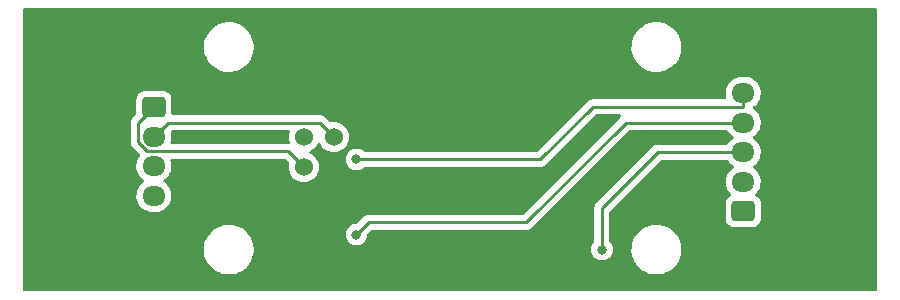
<source format=gbr>
%TF.GenerationSoftware,KiCad,Pcbnew,(6.0.7)*%
%TF.CreationDate,2023-03-01T00:53:14+09:00*%
%TF.ProjectId,joystick,6a6f7973-7469-4636-9b2e-6b696361645f,rev?*%
%TF.SameCoordinates,Original*%
%TF.FileFunction,Copper,L2,Bot*%
%TF.FilePolarity,Positive*%
%FSLAX46Y46*%
G04 Gerber Fmt 4.6, Leading zero omitted, Abs format (unit mm)*
G04 Created by KiCad (PCBNEW (6.0.7)) date 2023-03-01 00:53:14*
%MOMM*%
%LPD*%
G01*
G04 APERTURE LIST*
G04 Aperture macros list*
%AMRoundRect*
0 Rectangle with rounded corners*
0 $1 Rounding radius*
0 $2 $3 $4 $5 $6 $7 $8 $9 X,Y pos of 4 corners*
0 Add a 4 corners polygon primitive as box body*
4,1,4,$2,$3,$4,$5,$6,$7,$8,$9,$2,$3,0*
0 Add four circle primitives for the rounded corners*
1,1,$1+$1,$2,$3*
1,1,$1+$1,$4,$5*
1,1,$1+$1,$6,$7*
1,1,$1+$1,$8,$9*
0 Add four rect primitives between the rounded corners*
20,1,$1+$1,$2,$3,$4,$5,0*
20,1,$1+$1,$4,$5,$6,$7,0*
20,1,$1+$1,$6,$7,$8,$9,0*
20,1,$1+$1,$8,$9,$2,$3,0*%
G04 Aperture macros list end*
%TA.AperFunction,ComponentPad*%
%ADD10C,1.524000*%
%TD*%
%TA.AperFunction,ComponentPad*%
%ADD11O,1.950000X1.700000*%
%TD*%
%TA.AperFunction,ComponentPad*%
%ADD12RoundRect,0.250000X0.725000X-0.600000X0.725000X0.600000X-0.725000X0.600000X-0.725000X-0.600000X0*%
%TD*%
%TA.AperFunction,ComponentPad*%
%ADD13RoundRect,0.250000X-0.725000X0.600000X-0.725000X-0.600000X0.725000X-0.600000X0.725000X0.600000X0*%
%TD*%
%TA.AperFunction,ViaPad*%
%ADD14C,0.800000*%
%TD*%
%TA.AperFunction,Conductor*%
%ADD15C,0.250000*%
%TD*%
G04 APERTURE END LIST*
D10*
%TO.P,OFFSET1,1,1*%
%TO.N,+3.3V*%
X116840000Y-94615000D03*
%TO.P,OFFSET1,2,2*%
%TO.N,Net-(OFFSET1-Pad2)*%
X114300000Y-94615000D03*
%TO.P,OFFSET1,3,3*%
%TO.N,GND*%
X114300000Y-97155000D03*
%TD*%
D11*
%TO.P,J1,5,Pin_5*%
%TO.N,/EN*%
X151490000Y-90885000D03*
%TO.P,J1,4,Pin_4*%
%TO.N,/IRXT*%
X151490000Y-93385000D03*
%TO.P,J1,3,Pin_3*%
%TO.N,/ITXR*%
X151490000Y-95885000D03*
%TO.P,J1,2,Pin_2*%
%TO.N,+5V*%
X151490000Y-98385000D03*
D12*
%TO.P,J1,1,Pin_1*%
%TO.N,GND*%
X151490000Y-100885000D03*
%TD*%
D13*
%TO.P,J2,1,Pin_1*%
%TO.N,GND*%
X101600000Y-92075000D03*
D11*
%TO.P,J2,2,Pin_2*%
%TO.N,+3.3V*%
X101600000Y-94575000D03*
%TO.P,J2,3,Pin_3*%
%TO.N,/X*%
X101600000Y-97075000D03*
%TO.P,J2,4,Pin_4*%
%TO.N,/Y*%
X101600000Y-99575000D03*
%TD*%
D14*
%TO.N,/EN*%
X118745000Y-96505500D03*
%TO.N,/IRXT*%
X118745000Y-102870000D03*
%TO.N,/ITXR*%
X139534200Y-104140000D03*
%TD*%
D15*
%TO.N,/ITXR*%
X139534200Y-104140000D02*
X139534200Y-100623600D01*
X144272800Y-95885000D02*
X151490000Y-95885000D01*
X139534200Y-100623600D02*
X144272800Y-95885000D01*
%TO.N,/IRXT*%
X141565000Y-93385000D02*
X151490000Y-93385000D01*
X119769900Y-101845100D02*
X133104900Y-101845100D01*
X133104900Y-101845100D02*
X141565000Y-93385000D01*
X118745000Y-102870000D02*
X119769900Y-101845100D01*
%TO.N,+3.3V*%
X115624900Y-93399900D02*
X116840000Y-94615000D01*
X101600000Y-94575000D02*
X102775100Y-93399900D01*
X102775100Y-93399900D02*
X115624900Y-93399900D01*
%TO.N,/EN*%
X151490000Y-92060100D02*
X151490000Y-90885000D01*
X138767600Y-92060100D02*
X151490000Y-92060100D01*
X134322200Y-96505500D02*
X138767600Y-92060100D01*
X118745000Y-96505500D02*
X134322200Y-96505500D01*
%TO.N,GND*%
X112970000Y-95825000D02*
X114300000Y-97155000D01*
X101046200Y-95825000D02*
X112970000Y-95825000D01*
X100283300Y-95062100D02*
X101046200Y-95825000D01*
X100283300Y-93391700D02*
X100283300Y-95062100D01*
X101600000Y-92075000D02*
X100283300Y-93391700D01*
%TD*%
%TA.AperFunction,NonConductor*%
G36*
X113044435Y-94053402D02*
G01*
X113090928Y-94107058D01*
X113101032Y-94177332D01*
X113098021Y-94192011D01*
X113044022Y-94393537D01*
X113024647Y-94615000D01*
X113044022Y-94836463D01*
X113095648Y-95029132D01*
X113093958Y-95100107D01*
X113054164Y-95158903D01*
X112985798Y-95187183D01*
X112958882Y-95189727D01*
X112946037Y-95190941D01*
X112934181Y-95191500D01*
X103127145Y-95191500D01*
X103059024Y-95171498D01*
X103012531Y-95117842D01*
X103002427Y-95047568D01*
X103006813Y-95028136D01*
X103055023Y-94872875D01*
X103055024Y-94872873D01*
X103056607Y-94867773D01*
X103071058Y-94758738D01*
X103086198Y-94644511D01*
X103086198Y-94644506D01*
X103086898Y-94639226D01*
X103078249Y-94408842D01*
X103031340Y-94185273D01*
X103036928Y-94114497D01*
X103079892Y-94057977D01*
X103146594Y-94033658D01*
X103154655Y-94033400D01*
X112976314Y-94033400D01*
X113044435Y-94053402D01*
G37*
%TD.AperFunction*%
%TA.AperFunction,NonConductor*%
G36*
X162763621Y-83713502D02*
G01*
X162810114Y-83767158D01*
X162821500Y-83819500D01*
X162821500Y-107550500D01*
X162801498Y-107618621D01*
X162747842Y-107665114D01*
X162695500Y-107676500D01*
X90634500Y-107676500D01*
X90566379Y-107656498D01*
X90519886Y-107602842D01*
X90508500Y-107550500D01*
X90508500Y-104272703D01*
X105840743Y-104272703D01*
X105878268Y-104557734D01*
X105954129Y-104835036D01*
X105955813Y-104838984D01*
X106045180Y-105048500D01*
X106066923Y-105099476D01*
X106214561Y-105346161D01*
X106394313Y-105570528D01*
X106602851Y-105768423D01*
X106836317Y-105936186D01*
X106840112Y-105938195D01*
X106840113Y-105938196D01*
X106861869Y-105949715D01*
X107090392Y-106070712D01*
X107360373Y-106169511D01*
X107641264Y-106230755D01*
X107669841Y-106233004D01*
X107864282Y-106248307D01*
X107864291Y-106248307D01*
X107866739Y-106248500D01*
X108022271Y-106248500D01*
X108024407Y-106248354D01*
X108024418Y-106248354D01*
X108232548Y-106234165D01*
X108232554Y-106234164D01*
X108236825Y-106233873D01*
X108241020Y-106233004D01*
X108241022Y-106233004D01*
X108377583Y-106204724D01*
X108518342Y-106175574D01*
X108789343Y-106079607D01*
X109044812Y-105947750D01*
X109048313Y-105945289D01*
X109048317Y-105945287D01*
X109162418Y-105865095D01*
X109280023Y-105782441D01*
X109490622Y-105586740D01*
X109672713Y-105364268D01*
X109822927Y-105119142D01*
X109938483Y-104855898D01*
X110017244Y-104579406D01*
X110057751Y-104294784D01*
X110057845Y-104276951D01*
X110059235Y-104011583D01*
X110059235Y-104011576D01*
X110059257Y-104007297D01*
X110021732Y-103722266D01*
X109945871Y-103444964D01*
X109833077Y-103180524D01*
X109685439Y-102933839D01*
X109634294Y-102870000D01*
X117831496Y-102870000D01*
X117851458Y-103059928D01*
X117910473Y-103241556D01*
X118005960Y-103406944D01*
X118010378Y-103411851D01*
X118010379Y-103411852D01*
X118040193Y-103444964D01*
X118133747Y-103548866D01*
X118288248Y-103661118D01*
X118294276Y-103663802D01*
X118294278Y-103663803D01*
X118456681Y-103736109D01*
X118462712Y-103738794D01*
X118556112Y-103758647D01*
X118643056Y-103777128D01*
X118643061Y-103777128D01*
X118649513Y-103778500D01*
X118840487Y-103778500D01*
X118846939Y-103777128D01*
X118846944Y-103777128D01*
X118933887Y-103758647D01*
X119027288Y-103738794D01*
X119033319Y-103736109D01*
X119195722Y-103663803D01*
X119195724Y-103663802D01*
X119201752Y-103661118D01*
X119356253Y-103548866D01*
X119449807Y-103444964D01*
X119479621Y-103411852D01*
X119479622Y-103411851D01*
X119484040Y-103406944D01*
X119579527Y-103241556D01*
X119638542Y-103059928D01*
X119655907Y-102894706D01*
X119682920Y-102829050D01*
X119692122Y-102818782D01*
X119995399Y-102515505D01*
X120057711Y-102481479D01*
X120084494Y-102478600D01*
X133026133Y-102478600D01*
X133037316Y-102479127D01*
X133044809Y-102480802D01*
X133052735Y-102480553D01*
X133052736Y-102480553D01*
X133112886Y-102478662D01*
X133116845Y-102478600D01*
X133144756Y-102478600D01*
X133148691Y-102478103D01*
X133148756Y-102478095D01*
X133160593Y-102477162D01*
X133192851Y-102476148D01*
X133196870Y-102476022D01*
X133204789Y-102475773D01*
X133224243Y-102470121D01*
X133243600Y-102466113D01*
X133255830Y-102464568D01*
X133255831Y-102464568D01*
X133263697Y-102463574D01*
X133271068Y-102460655D01*
X133271070Y-102460655D01*
X133304812Y-102447296D01*
X133316042Y-102443451D01*
X133350883Y-102433329D01*
X133350884Y-102433329D01*
X133358493Y-102431118D01*
X133365312Y-102427085D01*
X133365317Y-102427083D01*
X133375928Y-102420807D01*
X133393676Y-102412112D01*
X133412517Y-102404652D01*
X133448287Y-102378664D01*
X133458207Y-102372148D01*
X133489435Y-102353680D01*
X133489438Y-102353678D01*
X133496262Y-102349642D01*
X133510583Y-102335321D01*
X133525617Y-102322480D01*
X133535594Y-102315231D01*
X133542007Y-102310572D01*
X133570198Y-102276495D01*
X133578188Y-102267716D01*
X141790499Y-94055405D01*
X141852811Y-94021379D01*
X141879594Y-94018500D01*
X150089404Y-94018500D01*
X150157525Y-94038502D01*
X150197122Y-94079133D01*
X150263377Y-94188317D01*
X150266874Y-94192347D01*
X150353438Y-94292103D01*
X150414477Y-94362445D01*
X150418608Y-94365832D01*
X150588627Y-94505240D01*
X150588633Y-94505244D01*
X150592755Y-94508624D01*
X150624250Y-94526552D01*
X150673555Y-94577632D01*
X150687417Y-94647262D01*
X150661434Y-94713333D01*
X150632284Y-94740573D01*
X150510681Y-94822441D01*
X150506824Y-94826120D01*
X150506822Y-94826122D01*
X150495982Y-94836463D01*
X150343865Y-94981576D01*
X150340682Y-94985854D01*
X150309223Y-95028136D01*
X150206246Y-95166542D01*
X150203830Y-95171294D01*
X150203825Y-95171302D01*
X150198078Y-95182606D01*
X150149375Y-95234263D01*
X150085762Y-95251500D01*
X144351563Y-95251500D01*
X144340379Y-95250973D01*
X144332891Y-95249299D01*
X144324968Y-95249548D01*
X144264833Y-95251438D01*
X144260875Y-95251500D01*
X144232944Y-95251500D01*
X144229029Y-95251995D01*
X144229025Y-95251995D01*
X144228967Y-95252003D01*
X144228938Y-95252006D01*
X144217096Y-95252939D01*
X144172910Y-95254327D01*
X144155544Y-95259372D01*
X144153458Y-95259978D01*
X144134106Y-95263986D01*
X144121868Y-95265532D01*
X144121866Y-95265533D01*
X144114003Y-95266526D01*
X144072886Y-95282806D01*
X144061685Y-95286641D01*
X144019206Y-95298982D01*
X144012387Y-95303015D01*
X144012382Y-95303017D01*
X144001771Y-95309293D01*
X143984021Y-95317990D01*
X143965183Y-95325448D01*
X143930170Y-95350887D01*
X143929425Y-95351428D01*
X143919501Y-95357947D01*
X143888260Y-95376422D01*
X143888255Y-95376426D01*
X143881437Y-95380458D01*
X143867113Y-95394782D01*
X143852081Y-95407621D01*
X143835693Y-95419528D01*
X143823075Y-95434781D01*
X143807512Y-95453593D01*
X143799522Y-95462373D01*
X139141947Y-100119948D01*
X139133661Y-100127488D01*
X139127182Y-100131600D01*
X139121757Y-100137377D01*
X139080557Y-100181251D01*
X139077802Y-100184093D01*
X139058065Y-100203830D01*
X139055585Y-100207027D01*
X139047882Y-100216047D01*
X139017614Y-100248279D01*
X139013795Y-100255225D01*
X139013793Y-100255228D01*
X139007852Y-100266034D01*
X138997001Y-100282553D01*
X138984586Y-100298559D01*
X138981441Y-100305828D01*
X138981438Y-100305832D01*
X138967026Y-100339137D01*
X138961809Y-100349787D01*
X138940505Y-100388540D01*
X138938534Y-100396215D01*
X138938534Y-100396216D01*
X138935467Y-100408162D01*
X138929063Y-100426866D01*
X138921019Y-100445455D01*
X138919780Y-100453278D01*
X138919777Y-100453288D01*
X138914101Y-100489124D01*
X138911695Y-100500744D01*
X138900700Y-100543570D01*
X138900700Y-100563824D01*
X138899149Y-100583534D01*
X138895980Y-100603543D01*
X138899196Y-100637559D01*
X138900141Y-100647561D01*
X138900700Y-100659419D01*
X138900700Y-103437476D01*
X138880698Y-103505597D01*
X138868342Y-103521779D01*
X138795160Y-103603056D01*
X138699673Y-103768444D01*
X138640658Y-103950072D01*
X138620696Y-104140000D01*
X138640658Y-104329928D01*
X138699673Y-104511556D01*
X138795160Y-104676944D01*
X138922947Y-104818866D01*
X139077448Y-104931118D01*
X139083476Y-104933802D01*
X139083478Y-104933803D01*
X139245881Y-105006109D01*
X139251912Y-105008794D01*
X139345313Y-105028647D01*
X139432256Y-105047128D01*
X139432261Y-105047128D01*
X139438713Y-105048500D01*
X139629687Y-105048500D01*
X139636139Y-105047128D01*
X139636144Y-105047128D01*
X139723088Y-105028647D01*
X139816488Y-105008794D01*
X139822519Y-105006109D01*
X139984922Y-104933803D01*
X139984924Y-104933802D01*
X139990952Y-104931118D01*
X140145453Y-104818866D01*
X140273240Y-104676944D01*
X140368727Y-104511556D01*
X140427742Y-104329928D01*
X140433757Y-104272703D01*
X142035743Y-104272703D01*
X142073268Y-104557734D01*
X142149129Y-104835036D01*
X142150813Y-104838984D01*
X142240180Y-105048500D01*
X142261923Y-105099476D01*
X142409561Y-105346161D01*
X142589313Y-105570528D01*
X142797851Y-105768423D01*
X143031317Y-105936186D01*
X143035112Y-105938195D01*
X143035113Y-105938196D01*
X143056869Y-105949715D01*
X143285392Y-106070712D01*
X143555373Y-106169511D01*
X143836264Y-106230755D01*
X143864841Y-106233004D01*
X144059282Y-106248307D01*
X144059291Y-106248307D01*
X144061739Y-106248500D01*
X144217271Y-106248500D01*
X144219407Y-106248354D01*
X144219418Y-106248354D01*
X144427548Y-106234165D01*
X144427554Y-106234164D01*
X144431825Y-106233873D01*
X144436020Y-106233004D01*
X144436022Y-106233004D01*
X144572583Y-106204724D01*
X144713342Y-106175574D01*
X144984343Y-106079607D01*
X145239812Y-105947750D01*
X145243313Y-105945289D01*
X145243317Y-105945287D01*
X145357417Y-105865096D01*
X145475023Y-105782441D01*
X145685622Y-105586740D01*
X145867713Y-105364268D01*
X146017927Y-105119142D01*
X146133483Y-104855898D01*
X146212244Y-104579406D01*
X146252751Y-104294784D01*
X146252845Y-104276951D01*
X146254235Y-104011583D01*
X146254235Y-104011576D01*
X146254257Y-104007297D01*
X146216732Y-103722266D01*
X146140871Y-103444964D01*
X146028077Y-103180524D01*
X145880439Y-102933839D01*
X145700687Y-102709472D01*
X145577289Y-102592372D01*
X145495258Y-102514527D01*
X145495255Y-102514525D01*
X145492149Y-102511577D01*
X145272413Y-102353680D01*
X145262172Y-102346321D01*
X145262171Y-102346320D01*
X145258683Y-102343814D01*
X145236843Y-102332250D01*
X145184368Y-102304466D01*
X145004608Y-102209288D01*
X144734627Y-102110489D01*
X144453736Y-102049245D01*
X144422685Y-102046801D01*
X144230718Y-102031693D01*
X144230709Y-102031693D01*
X144228261Y-102031500D01*
X144072729Y-102031500D01*
X144070593Y-102031646D01*
X144070582Y-102031646D01*
X143862452Y-102045835D01*
X143862446Y-102045836D01*
X143858175Y-102046127D01*
X143853980Y-102046996D01*
X143853978Y-102046996D01*
X143717416Y-102075277D01*
X143576658Y-102104426D01*
X143305657Y-102200393D01*
X143301848Y-102202359D01*
X143058136Y-102328148D01*
X143050188Y-102332250D01*
X143046687Y-102334711D01*
X143046683Y-102334713D01*
X142953804Y-102399990D01*
X142814977Y-102497559D01*
X142604378Y-102693260D01*
X142422287Y-102915732D01*
X142272073Y-103160858D01*
X142156517Y-103424102D01*
X142077756Y-103700594D01*
X142037249Y-103985216D01*
X142037227Y-103989505D01*
X142037226Y-103989512D01*
X142035765Y-104268417D01*
X142035743Y-104272703D01*
X140433757Y-104272703D01*
X140447704Y-104140000D01*
X140427742Y-103950072D01*
X140368727Y-103768444D01*
X140273240Y-103603056D01*
X140200063Y-103521785D01*
X140169347Y-103457779D01*
X140167700Y-103437476D01*
X140167700Y-100938194D01*
X140187702Y-100870073D01*
X140204605Y-100849099D01*
X144498299Y-96555405D01*
X144560611Y-96521379D01*
X144587394Y-96518500D01*
X150089404Y-96518500D01*
X150157525Y-96538502D01*
X150197122Y-96579133D01*
X150263377Y-96688317D01*
X150266874Y-96692347D01*
X150390740Y-96835090D01*
X150414477Y-96862445D01*
X150439276Y-96882779D01*
X150588627Y-97005240D01*
X150588633Y-97005244D01*
X150592755Y-97008624D01*
X150624250Y-97026552D01*
X150673555Y-97077632D01*
X150687417Y-97147262D01*
X150661434Y-97213333D01*
X150632284Y-97240573D01*
X150510681Y-97322441D01*
X150506824Y-97326120D01*
X150506822Y-97326122D01*
X150448482Y-97381776D01*
X150343865Y-97481576D01*
X150206246Y-97666542D01*
X150203830Y-97671293D01*
X150203828Y-97671297D01*
X150196463Y-97685783D01*
X150101760Y-97872051D01*
X150100178Y-97877145D01*
X150100177Y-97877148D01*
X150046998Y-98048412D01*
X150033393Y-98092227D01*
X150032692Y-98097516D01*
X150011225Y-98259488D01*
X150003102Y-98320774D01*
X150011751Y-98551158D01*
X150059093Y-98776791D01*
X150061051Y-98781750D01*
X150061052Y-98781752D01*
X150133112Y-98964217D01*
X150143776Y-98991221D01*
X150263377Y-99188317D01*
X150266874Y-99192347D01*
X150353438Y-99292103D01*
X150414477Y-99362445D01*
X150450120Y-99391670D01*
X150490114Y-99450329D01*
X150492046Y-99521299D01*
X150455302Y-99582048D01*
X150436532Y-99596248D01*
X150375696Y-99633895D01*
X150290652Y-99686522D01*
X150165695Y-99811697D01*
X150161855Y-99817927D01*
X150161854Y-99817928D01*
X150127987Y-99872871D01*
X150072885Y-99962262D01*
X150046436Y-100042005D01*
X150029620Y-100092704D01*
X150017203Y-100130139D01*
X150006500Y-100234600D01*
X150006500Y-101535400D01*
X150017474Y-101641166D01*
X150073450Y-101808946D01*
X150166522Y-101959348D01*
X150291697Y-102084305D01*
X150297927Y-102088145D01*
X150297928Y-102088146D01*
X150435090Y-102172694D01*
X150442262Y-102177115D01*
X150499335Y-102196045D01*
X150603611Y-102230632D01*
X150603613Y-102230632D01*
X150610139Y-102232797D01*
X150616975Y-102233497D01*
X150616978Y-102233498D01*
X150660031Y-102237909D01*
X150714600Y-102243500D01*
X152265400Y-102243500D01*
X152268646Y-102243163D01*
X152268650Y-102243163D01*
X152364308Y-102233238D01*
X152364312Y-102233237D01*
X152371166Y-102232526D01*
X152377702Y-102230345D01*
X152377704Y-102230345D01*
X152509806Y-102186272D01*
X152538946Y-102176550D01*
X152689348Y-102083478D01*
X152814305Y-101958303D01*
X152907115Y-101807738D01*
X152962797Y-101639861D01*
X152973500Y-101535400D01*
X152973500Y-100234600D01*
X152971126Y-100211720D01*
X152963238Y-100135692D01*
X152963237Y-100135688D01*
X152962526Y-100128834D01*
X152959562Y-100119948D01*
X152908868Y-99968002D01*
X152906550Y-99961054D01*
X152813478Y-99810652D01*
X152688303Y-99685695D01*
X152542660Y-99595919D01*
X152495168Y-99543148D01*
X152483744Y-99473076D01*
X152512018Y-99407952D01*
X152521805Y-99397490D01*
X152632278Y-99292103D01*
X152636135Y-99288424D01*
X152773754Y-99103458D01*
X152794807Y-99062051D01*
X152875822Y-98902704D01*
X152878240Y-98897949D01*
X152891098Y-98856542D01*
X152945024Y-98682871D01*
X152946607Y-98677773D01*
X152947916Y-98667897D01*
X152976198Y-98454511D01*
X152976198Y-98454506D01*
X152976898Y-98449226D01*
X152976190Y-98430353D01*
X152969656Y-98256331D01*
X152968249Y-98218842D01*
X152920907Y-97993209D01*
X152916521Y-97982103D01*
X152838185Y-97783744D01*
X152838184Y-97783742D01*
X152836224Y-97778779D01*
X152774012Y-97676256D01*
X152719390Y-97586243D01*
X152716623Y-97581683D01*
X152629755Y-97481576D01*
X152569023Y-97411588D01*
X152569021Y-97411586D01*
X152565523Y-97407555D01*
X152521684Y-97371609D01*
X152391373Y-97264760D01*
X152391367Y-97264756D01*
X152387245Y-97261376D01*
X152355750Y-97243448D01*
X152306445Y-97192368D01*
X152292583Y-97122738D01*
X152318566Y-97056667D01*
X152347716Y-97029427D01*
X152375422Y-97010774D01*
X152469319Y-96947559D01*
X152478275Y-96939016D01*
X152562769Y-96858412D01*
X152636135Y-96788424D01*
X152773754Y-96603458D01*
X152794807Y-96562051D01*
X152842228Y-96468779D01*
X152878240Y-96397949D01*
X152891098Y-96356542D01*
X152945024Y-96182871D01*
X152946607Y-96177773D01*
X152952640Y-96132255D01*
X152976198Y-95954511D01*
X152976198Y-95954506D01*
X152976898Y-95949226D01*
X152968249Y-95718842D01*
X152920907Y-95493209D01*
X152896051Y-95430270D01*
X152838185Y-95283744D01*
X152838184Y-95283742D01*
X152836224Y-95278779D01*
X152830560Y-95269444D01*
X152726520Y-95097992D01*
X152716623Y-95081683D01*
X152671020Y-95029130D01*
X152569023Y-94911588D01*
X152569021Y-94911586D01*
X152565523Y-94907555D01*
X152472138Y-94830984D01*
X152391373Y-94764760D01*
X152391367Y-94764756D01*
X152387245Y-94761376D01*
X152355750Y-94743448D01*
X152306445Y-94692368D01*
X152292583Y-94622738D01*
X152318566Y-94556667D01*
X152347716Y-94529427D01*
X152383642Y-94505240D01*
X152469319Y-94447559D01*
X152504317Y-94414173D01*
X152632278Y-94292103D01*
X152636135Y-94288424D01*
X152773754Y-94103458D01*
X152798186Y-94055405D01*
X152875822Y-93902704D01*
X152878240Y-93897949D01*
X152946607Y-93677773D01*
X152968357Y-93513669D01*
X152976198Y-93454511D01*
X152976198Y-93454506D01*
X152976898Y-93449226D01*
X152973692Y-93363814D01*
X152968449Y-93224173D01*
X152968249Y-93218842D01*
X152920907Y-92993209D01*
X152918948Y-92988248D01*
X152838185Y-92783744D01*
X152838184Y-92783742D01*
X152836224Y-92778779D01*
X152828713Y-92766400D01*
X152719390Y-92586243D01*
X152716623Y-92581683D01*
X152565523Y-92407555D01*
X152523970Y-92373484D01*
X152391373Y-92264760D01*
X152391367Y-92264756D01*
X152387245Y-92261376D01*
X152355750Y-92243448D01*
X152306445Y-92192368D01*
X152292583Y-92122738D01*
X152318566Y-92056667D01*
X152347716Y-92029427D01*
X152363398Y-92018870D01*
X152469319Y-91947559D01*
X152636135Y-91788424D01*
X152773754Y-91603458D01*
X152778244Y-91594628D01*
X152834290Y-91484393D01*
X152878240Y-91397949D01*
X152946607Y-91177773D01*
X152969944Y-91001697D01*
X152976198Y-90954511D01*
X152976198Y-90954506D01*
X152976898Y-90949226D01*
X152968249Y-90718842D01*
X152920907Y-90493209D01*
X152836224Y-90278779D01*
X152716623Y-90081683D01*
X152629755Y-89981576D01*
X152569023Y-89911588D01*
X152569021Y-89911586D01*
X152565523Y-89907555D01*
X152523970Y-89873484D01*
X152391373Y-89764760D01*
X152391367Y-89764756D01*
X152387245Y-89761376D01*
X152382609Y-89758737D01*
X152382606Y-89758735D01*
X152191529Y-89649968D01*
X152186886Y-89647325D01*
X151970175Y-89568663D01*
X151964926Y-89567714D01*
X151964923Y-89567713D01*
X151747392Y-89528377D01*
X151747385Y-89528376D01*
X151743308Y-89527639D01*
X151725586Y-89526803D01*
X151720644Y-89526570D01*
X151720637Y-89526570D01*
X151719156Y-89526500D01*
X151307110Y-89526500D01*
X151240191Y-89532178D01*
X151140591Y-89540629D01*
X151140587Y-89540630D01*
X151135280Y-89541080D01*
X151130125Y-89542418D01*
X151130119Y-89542419D01*
X150917297Y-89597657D01*
X150917293Y-89597658D01*
X150912128Y-89598999D01*
X150907262Y-89601191D01*
X150907259Y-89601192D01*
X150798980Y-89649968D01*
X150701925Y-89693688D01*
X150510681Y-89822441D01*
X150343865Y-89981576D01*
X150206246Y-90166542D01*
X150101760Y-90372051D01*
X150100178Y-90377145D01*
X150100177Y-90377148D01*
X150038115Y-90577020D01*
X150033393Y-90592227D01*
X150032692Y-90597516D01*
X150007538Y-90787306D01*
X150003102Y-90820774D01*
X150011751Y-91051158D01*
X150037208Y-91172484D01*
X150058660Y-91274726D01*
X150053072Y-91345503D01*
X150010108Y-91402023D01*
X149943406Y-91426342D01*
X149935345Y-91426600D01*
X138846367Y-91426600D01*
X138835184Y-91426073D01*
X138827691Y-91424398D01*
X138819765Y-91424647D01*
X138819764Y-91424647D01*
X138759601Y-91426538D01*
X138755643Y-91426600D01*
X138727744Y-91426600D01*
X138723754Y-91427104D01*
X138711920Y-91428036D01*
X138667711Y-91429426D01*
X138660097Y-91431638D01*
X138660092Y-91431639D01*
X138648259Y-91435077D01*
X138628896Y-91439088D01*
X138608803Y-91441626D01*
X138601436Y-91444543D01*
X138601431Y-91444544D01*
X138567692Y-91457902D01*
X138556465Y-91461746D01*
X138514007Y-91474082D01*
X138507181Y-91478119D01*
X138496572Y-91484393D01*
X138478824Y-91493088D01*
X138459983Y-91500548D01*
X138453567Y-91505210D01*
X138453566Y-91505210D01*
X138424213Y-91526536D01*
X138414293Y-91533052D01*
X138383065Y-91551520D01*
X138383062Y-91551522D01*
X138376238Y-91555558D01*
X138361917Y-91569879D01*
X138346884Y-91582719D01*
X138330493Y-91594628D01*
X138325442Y-91600734D01*
X138302302Y-91628705D01*
X138294312Y-91637484D01*
X134096700Y-95835095D01*
X134034388Y-95869121D01*
X134007605Y-95872000D01*
X119453200Y-95872000D01*
X119385079Y-95851998D01*
X119365853Y-95835657D01*
X119365580Y-95835960D01*
X119360668Y-95831537D01*
X119356253Y-95826634D01*
X119215228Y-95724173D01*
X119207094Y-95718263D01*
X119207093Y-95718262D01*
X119201752Y-95714382D01*
X119195724Y-95711698D01*
X119195722Y-95711697D01*
X119033319Y-95639391D01*
X119033318Y-95639391D01*
X119027288Y-95636706D01*
X118933888Y-95616853D01*
X118846944Y-95598372D01*
X118846939Y-95598372D01*
X118840487Y-95597000D01*
X118649513Y-95597000D01*
X118643061Y-95598372D01*
X118643056Y-95598372D01*
X118556113Y-95616853D01*
X118462712Y-95636706D01*
X118456682Y-95639391D01*
X118456681Y-95639391D01*
X118294278Y-95711697D01*
X118294276Y-95711698D01*
X118288248Y-95714382D01*
X118133747Y-95826634D01*
X118129326Y-95831544D01*
X118129325Y-95831545D01*
X118068569Y-95899022D01*
X118005960Y-95968556D01*
X117910473Y-96133944D01*
X117851458Y-96315572D01*
X117850768Y-96322133D01*
X117850768Y-96322135D01*
X117849393Y-96335219D01*
X117831496Y-96505500D01*
X117832186Y-96512065D01*
X117850711Y-96688317D01*
X117851458Y-96695428D01*
X117910473Y-96877056D01*
X117913776Y-96882778D01*
X117913777Y-96882779D01*
X117939953Y-96928116D01*
X118005960Y-97042444D01*
X118010378Y-97047351D01*
X118010379Y-97047352D01*
X118092452Y-97138503D01*
X118133747Y-97184366D01*
X118288248Y-97296618D01*
X118294276Y-97299302D01*
X118294278Y-97299303D01*
X118456681Y-97371609D01*
X118462712Y-97374294D01*
X118556112Y-97394147D01*
X118643056Y-97412628D01*
X118643061Y-97412628D01*
X118649513Y-97414000D01*
X118840487Y-97414000D01*
X118846939Y-97412628D01*
X118846944Y-97412628D01*
X118933888Y-97394147D01*
X119027288Y-97374294D01*
X119033319Y-97371609D01*
X119195722Y-97299303D01*
X119195724Y-97299302D01*
X119201752Y-97296618D01*
X119356253Y-97184366D01*
X119360668Y-97179463D01*
X119365580Y-97175040D01*
X119366705Y-97176289D01*
X119420014Y-97143449D01*
X119453200Y-97139000D01*
X134243433Y-97139000D01*
X134254616Y-97139527D01*
X134262109Y-97141202D01*
X134270035Y-97140953D01*
X134270036Y-97140953D01*
X134330186Y-97139062D01*
X134334145Y-97139000D01*
X134362056Y-97139000D01*
X134365991Y-97138503D01*
X134366056Y-97138495D01*
X134377893Y-97137562D01*
X134410151Y-97136548D01*
X134414170Y-97136422D01*
X134422089Y-97136173D01*
X134441543Y-97130521D01*
X134460900Y-97126513D01*
X134473130Y-97124968D01*
X134473131Y-97124968D01*
X134480997Y-97123974D01*
X134488368Y-97121055D01*
X134488370Y-97121055D01*
X134522112Y-97107696D01*
X134533342Y-97103851D01*
X134568183Y-97093729D01*
X134568184Y-97093729D01*
X134575793Y-97091518D01*
X134582612Y-97087485D01*
X134582617Y-97087483D01*
X134593228Y-97081207D01*
X134610976Y-97072512D01*
X134629817Y-97065052D01*
X134665587Y-97039064D01*
X134675507Y-97032548D01*
X134706735Y-97014080D01*
X134706738Y-97014078D01*
X134713562Y-97010042D01*
X134727883Y-96995721D01*
X134742917Y-96982880D01*
X134752894Y-96975631D01*
X134759307Y-96970972D01*
X134787498Y-96936895D01*
X134795488Y-96928116D01*
X138993100Y-92730505D01*
X139055412Y-92696479D01*
X139082195Y-92693600D01*
X141051694Y-92693600D01*
X141119815Y-92713602D01*
X141166308Y-92767258D01*
X141176412Y-92837532D01*
X141146918Y-92902112D01*
X141137946Y-92911451D01*
X141134308Y-92914867D01*
X141127893Y-92919528D01*
X141122840Y-92925636D01*
X141122839Y-92925637D01*
X141099712Y-92953593D01*
X141091722Y-92962373D01*
X132879400Y-101174695D01*
X132817088Y-101208721D01*
X132790305Y-101211600D01*
X119848663Y-101211600D01*
X119837479Y-101211073D01*
X119829991Y-101209399D01*
X119822068Y-101209648D01*
X119761933Y-101211538D01*
X119757975Y-101211600D01*
X119730044Y-101211600D01*
X119726129Y-101212095D01*
X119726125Y-101212095D01*
X119726067Y-101212103D01*
X119726038Y-101212106D01*
X119714196Y-101213039D01*
X119670010Y-101214427D01*
X119652644Y-101219472D01*
X119650558Y-101220078D01*
X119631206Y-101224086D01*
X119618968Y-101225632D01*
X119618966Y-101225633D01*
X119611103Y-101226626D01*
X119569986Y-101242906D01*
X119558785Y-101246741D01*
X119516306Y-101259082D01*
X119509487Y-101263115D01*
X119509482Y-101263117D01*
X119498871Y-101269393D01*
X119481121Y-101278090D01*
X119462283Y-101285548D01*
X119455867Y-101290209D01*
X119455866Y-101290210D01*
X119426525Y-101311528D01*
X119416601Y-101318047D01*
X119385360Y-101336522D01*
X119385355Y-101336526D01*
X119378537Y-101340558D01*
X119364213Y-101354882D01*
X119349181Y-101367721D01*
X119332793Y-101379628D01*
X119304612Y-101413693D01*
X119296622Y-101422473D01*
X118794500Y-101924595D01*
X118732188Y-101958621D01*
X118705405Y-101961500D01*
X118649513Y-101961500D01*
X118643061Y-101962872D01*
X118643056Y-101962872D01*
X118556112Y-101981353D01*
X118462712Y-102001206D01*
X118456682Y-102003891D01*
X118456681Y-102003891D01*
X118294278Y-102076197D01*
X118294276Y-102076198D01*
X118288248Y-102078882D01*
X118282907Y-102082762D01*
X118282906Y-102082763D01*
X118275497Y-102088146D01*
X118133747Y-102191134D01*
X118129326Y-102196044D01*
X118129325Y-102196045D01*
X118015483Y-102322480D01*
X118005960Y-102333056D01*
X117996384Y-102349642D01*
X117920659Y-102480802D01*
X117910473Y-102498444D01*
X117851458Y-102680072D01*
X117831496Y-102870000D01*
X109634294Y-102870000D01*
X109505687Y-102709472D01*
X109382289Y-102592372D01*
X109300258Y-102514527D01*
X109300255Y-102514525D01*
X109297149Y-102511577D01*
X109077413Y-102353680D01*
X109067172Y-102346321D01*
X109067171Y-102346320D01*
X109063683Y-102343814D01*
X109041843Y-102332250D01*
X108989368Y-102304466D01*
X108809608Y-102209288D01*
X108539627Y-102110489D01*
X108258736Y-102049245D01*
X108227685Y-102046801D01*
X108035718Y-102031693D01*
X108035709Y-102031693D01*
X108033261Y-102031500D01*
X107877729Y-102031500D01*
X107875593Y-102031646D01*
X107875582Y-102031646D01*
X107667452Y-102045835D01*
X107667446Y-102045836D01*
X107663175Y-102046127D01*
X107658980Y-102046996D01*
X107658978Y-102046996D01*
X107522416Y-102075277D01*
X107381658Y-102104426D01*
X107110657Y-102200393D01*
X107106848Y-102202359D01*
X106863136Y-102328148D01*
X106855188Y-102332250D01*
X106851687Y-102334711D01*
X106851683Y-102334713D01*
X106758804Y-102399990D01*
X106619977Y-102497559D01*
X106409378Y-102693260D01*
X106227287Y-102915732D01*
X106077073Y-103160858D01*
X105961517Y-103424102D01*
X105882756Y-103700594D01*
X105842249Y-103985216D01*
X105842227Y-103989505D01*
X105842226Y-103989512D01*
X105840765Y-104268417D01*
X105840743Y-104272703D01*
X90508500Y-104272703D01*
X90508500Y-93371643D01*
X99645080Y-93371643D01*
X99645826Y-93379535D01*
X99649241Y-93415661D01*
X99649800Y-93427519D01*
X99649800Y-94983333D01*
X99649273Y-94994516D01*
X99647598Y-95002009D01*
X99647847Y-95009935D01*
X99647847Y-95009936D01*
X99649738Y-95070086D01*
X99649800Y-95074045D01*
X99649800Y-95101956D01*
X99650297Y-95105890D01*
X99650297Y-95105891D01*
X99650305Y-95105956D01*
X99651238Y-95117793D01*
X99652627Y-95161989D01*
X99655333Y-95171302D01*
X99658278Y-95181439D01*
X99662287Y-95200800D01*
X99664826Y-95220897D01*
X99667745Y-95228268D01*
X99667745Y-95228270D01*
X99681104Y-95262012D01*
X99684949Y-95273242D01*
X99697282Y-95315693D01*
X99701315Y-95322512D01*
X99701317Y-95322517D01*
X99707593Y-95333128D01*
X99716288Y-95350876D01*
X99723748Y-95369717D01*
X99728410Y-95376133D01*
X99728410Y-95376134D01*
X99749736Y-95405487D01*
X99756252Y-95415407D01*
X99770015Y-95438678D01*
X99778758Y-95453462D01*
X99793079Y-95467783D01*
X99805919Y-95482816D01*
X99817828Y-95499207D01*
X99823934Y-95504258D01*
X99851905Y-95527398D01*
X99860684Y-95535388D01*
X100395239Y-96069943D01*
X100429265Y-96132255D01*
X100424200Y-96203070D01*
X100407233Y-96234251D01*
X100316246Y-96356542D01*
X100313830Y-96361293D01*
X100313828Y-96361297D01*
X100292776Y-96402704D01*
X100211760Y-96562051D01*
X100210178Y-96567145D01*
X100210177Y-96567148D01*
X100161438Y-96724114D01*
X100143393Y-96782227D01*
X100142692Y-96787516D01*
X100113943Y-97004431D01*
X100113102Y-97010774D01*
X100113302Y-97016103D01*
X100113302Y-97016105D01*
X100115557Y-97076159D01*
X100121751Y-97241158D01*
X100169093Y-97466791D01*
X100171051Y-97471750D01*
X100171052Y-97471752D01*
X100220191Y-97596178D01*
X100253776Y-97681221D01*
X100256543Y-97685780D01*
X100256544Y-97685783D01*
X100318382Y-97787689D01*
X100373377Y-97878317D01*
X100376874Y-97882347D01*
X100477604Y-97998428D01*
X100524477Y-98052445D01*
X100528608Y-98055832D01*
X100698627Y-98195240D01*
X100698633Y-98195244D01*
X100702755Y-98198624D01*
X100734250Y-98216552D01*
X100783555Y-98267632D01*
X100797417Y-98337262D01*
X100771434Y-98403333D01*
X100742284Y-98430573D01*
X100620681Y-98512441D01*
X100616824Y-98516120D01*
X100616822Y-98516122D01*
X100580095Y-98551158D01*
X100453865Y-98671576D01*
X100316246Y-98856542D01*
X100313830Y-98861293D01*
X100313828Y-98861297D01*
X100292776Y-98902704D01*
X100211760Y-99062051D01*
X100210178Y-99067145D01*
X100210177Y-99067148D01*
X100171302Y-99192347D01*
X100143393Y-99282227D01*
X100142692Y-99287516D01*
X100126730Y-99407952D01*
X100113102Y-99510774D01*
X100113302Y-99516103D01*
X100113302Y-99516105D01*
X100116311Y-99596248D01*
X100121751Y-99741158D01*
X100169093Y-99966791D01*
X100171051Y-99971750D01*
X100171052Y-99971752D01*
X100235796Y-100135692D01*
X100253776Y-100181221D01*
X100256543Y-100185780D01*
X100256544Y-100185783D01*
X100305242Y-100266034D01*
X100373377Y-100378317D01*
X100376874Y-100382347D01*
X100516776Y-100543570D01*
X100524477Y-100552445D01*
X100528608Y-100555832D01*
X100698627Y-100695240D01*
X100698633Y-100695244D01*
X100702755Y-100698624D01*
X100707391Y-100701263D01*
X100707394Y-100701265D01*
X100816422Y-100763327D01*
X100903114Y-100812675D01*
X101119825Y-100891337D01*
X101125074Y-100892286D01*
X101125077Y-100892287D01*
X101342608Y-100931623D01*
X101342615Y-100931624D01*
X101346692Y-100932361D01*
X101364414Y-100933197D01*
X101369356Y-100933430D01*
X101369363Y-100933430D01*
X101370844Y-100933500D01*
X101782890Y-100933500D01*
X101849809Y-100927822D01*
X101949409Y-100919371D01*
X101949413Y-100919370D01*
X101954720Y-100918920D01*
X101959875Y-100917582D01*
X101959881Y-100917581D01*
X102172703Y-100862343D01*
X102172707Y-100862342D01*
X102177872Y-100861001D01*
X102182738Y-100858809D01*
X102182741Y-100858808D01*
X102383202Y-100768507D01*
X102388075Y-100766312D01*
X102579319Y-100637559D01*
X102746135Y-100478424D01*
X102776078Y-100438180D01*
X102880568Y-100297740D01*
X102883754Y-100293458D01*
X102889299Y-100282553D01*
X102943342Y-100176256D01*
X102988240Y-100087949D01*
X103024321Y-99971752D01*
X103055024Y-99872871D01*
X103056607Y-99867773D01*
X103064863Y-99805479D01*
X103086198Y-99644511D01*
X103086198Y-99644506D01*
X103086898Y-99639226D01*
X103085180Y-99593450D01*
X103079806Y-99450329D01*
X103078249Y-99408842D01*
X103030907Y-99183209D01*
X102981181Y-99057296D01*
X102948185Y-98973744D01*
X102948184Y-98973742D01*
X102946224Y-98968779D01*
X102826623Y-98771683D01*
X102749556Y-98682871D01*
X102679023Y-98601588D01*
X102679021Y-98601586D01*
X102675523Y-98597555D01*
X102612436Y-98545827D01*
X102501373Y-98454760D01*
X102501367Y-98454756D01*
X102497245Y-98451376D01*
X102465750Y-98433448D01*
X102416445Y-98382368D01*
X102402583Y-98312738D01*
X102428566Y-98246667D01*
X102457716Y-98219427D01*
X102493642Y-98195240D01*
X102579319Y-98137559D01*
X102585171Y-98131977D01*
X102730636Y-97993209D01*
X102746135Y-97978424D01*
X102883754Y-97793458D01*
X102886688Y-97787689D01*
X102985822Y-97592704D01*
X102988240Y-97587949D01*
X103024321Y-97471752D01*
X103055024Y-97372871D01*
X103056607Y-97367773D01*
X103071058Y-97258738D01*
X103086198Y-97144511D01*
X103086198Y-97144506D01*
X103086898Y-97139226D01*
X103086468Y-97127756D01*
X103081247Y-96988707D01*
X103078249Y-96908842D01*
X103072781Y-96882779D01*
X103032002Y-96688428D01*
X103030907Y-96683209D01*
X103010202Y-96630780D01*
X103003784Y-96560077D01*
X103036611Y-96497125D01*
X103098261Y-96461914D01*
X103127394Y-96458500D01*
X112655406Y-96458500D01*
X112723527Y-96478502D01*
X112744501Y-96495405D01*
X113021874Y-96772778D01*
X113055900Y-96835090D01*
X113054486Y-96894484D01*
X113044022Y-96933537D01*
X113024647Y-97155000D01*
X113044022Y-97376463D01*
X113101560Y-97591196D01*
X113103882Y-97596177D01*
X113103883Y-97596178D01*
X113193186Y-97787689D01*
X113193189Y-97787694D01*
X113195512Y-97792676D01*
X113323023Y-97974781D01*
X113480219Y-98131977D01*
X113484727Y-98135134D01*
X113484730Y-98135136D01*
X113560495Y-98188187D01*
X113662323Y-98259488D01*
X113667305Y-98261811D01*
X113667310Y-98261814D01*
X113829110Y-98337262D01*
X113863804Y-98353440D01*
X113869112Y-98354862D01*
X113869114Y-98354863D01*
X113934949Y-98372503D01*
X114078537Y-98410978D01*
X114300000Y-98430353D01*
X114521463Y-98410978D01*
X114665051Y-98372503D01*
X114730886Y-98354863D01*
X114730888Y-98354862D01*
X114736196Y-98353440D01*
X114770890Y-98337262D01*
X114932690Y-98261814D01*
X114932695Y-98261811D01*
X114937677Y-98259488D01*
X115039505Y-98188187D01*
X115115270Y-98135136D01*
X115115273Y-98135134D01*
X115119781Y-98131977D01*
X115276977Y-97974781D01*
X115404488Y-97792676D01*
X115406811Y-97787694D01*
X115406814Y-97787689D01*
X115496117Y-97596178D01*
X115496118Y-97596177D01*
X115498440Y-97591196D01*
X115555978Y-97376463D01*
X115575353Y-97155000D01*
X115555978Y-96933537D01*
X115498440Y-96718804D01*
X115484479Y-96688865D01*
X115406814Y-96522311D01*
X115406811Y-96522306D01*
X115404488Y-96517324D01*
X115363299Y-96458500D01*
X115280136Y-96339730D01*
X115280134Y-96339727D01*
X115276977Y-96335219D01*
X115119781Y-96178023D01*
X115115273Y-96174866D01*
X115115270Y-96174864D01*
X114965427Y-96069943D01*
X114937677Y-96050512D01*
X114932695Y-96048189D01*
X114932690Y-96048186D01*
X114827627Y-95999195D01*
X114774342Y-95952278D01*
X114754881Y-95884001D01*
X114775423Y-95816041D01*
X114827627Y-95770805D01*
X114932690Y-95721814D01*
X114932695Y-95721811D01*
X114937677Y-95719488D01*
X115110648Y-95598372D01*
X115115270Y-95595136D01*
X115115273Y-95595134D01*
X115119781Y-95591977D01*
X115276977Y-95434781D01*
X115287658Y-95419528D01*
X115401331Y-95257185D01*
X115401332Y-95257183D01*
X115404488Y-95252676D01*
X115406811Y-95247694D01*
X115406814Y-95247689D01*
X115455805Y-95142627D01*
X115502723Y-95089342D01*
X115571000Y-95069881D01*
X115638960Y-95090423D01*
X115684195Y-95142627D01*
X115733186Y-95247689D01*
X115733189Y-95247694D01*
X115735512Y-95252676D01*
X115738668Y-95257183D01*
X115738669Y-95257185D01*
X115852343Y-95419528D01*
X115863023Y-95434781D01*
X116020219Y-95591977D01*
X116024727Y-95595134D01*
X116024730Y-95595136D01*
X116029352Y-95598372D01*
X116202323Y-95719488D01*
X116207305Y-95721811D01*
X116207310Y-95721814D01*
X116398822Y-95811117D01*
X116403804Y-95813440D01*
X116409112Y-95814862D01*
X116409114Y-95814863D01*
X116453044Y-95826634D01*
X116618537Y-95870978D01*
X116840000Y-95890353D01*
X117061463Y-95870978D01*
X117226956Y-95826634D01*
X117270886Y-95814863D01*
X117270888Y-95814862D01*
X117276196Y-95813440D01*
X117281178Y-95811117D01*
X117472690Y-95721814D01*
X117472695Y-95721811D01*
X117477677Y-95719488D01*
X117650648Y-95598372D01*
X117655270Y-95595136D01*
X117655273Y-95595134D01*
X117659781Y-95591977D01*
X117816977Y-95434781D01*
X117827658Y-95419528D01*
X117941331Y-95257185D01*
X117941332Y-95257183D01*
X117944488Y-95252676D01*
X117946811Y-95247694D01*
X117946814Y-95247689D01*
X118036117Y-95056178D01*
X118036118Y-95056177D01*
X118038440Y-95051196D01*
X118095978Y-94836463D01*
X118115353Y-94615000D01*
X118095978Y-94393537D01*
X118038440Y-94178804D01*
X118004984Y-94107058D01*
X117946814Y-93982311D01*
X117946811Y-93982306D01*
X117944488Y-93977324D01*
X117816977Y-93795219D01*
X117659781Y-93638023D01*
X117655273Y-93634866D01*
X117655270Y-93634864D01*
X117579505Y-93581813D01*
X117477677Y-93510512D01*
X117472695Y-93508189D01*
X117472690Y-93508186D01*
X117281178Y-93418883D01*
X117281177Y-93418882D01*
X117276196Y-93416560D01*
X117270888Y-93415138D01*
X117270886Y-93415137D01*
X117170781Y-93388314D01*
X117061463Y-93359022D01*
X116840000Y-93339647D01*
X116618537Y-93359022D01*
X116613223Y-93360446D01*
X116613217Y-93360447D01*
X116579486Y-93369485D01*
X116508510Y-93367796D01*
X116457779Y-93336874D01*
X116128552Y-93007647D01*
X116121012Y-92999361D01*
X116116900Y-92992882D01*
X116067248Y-92946256D01*
X116064407Y-92943502D01*
X116044670Y-92923765D01*
X116041473Y-92921285D01*
X116032451Y-92913580D01*
X116017670Y-92899700D01*
X116000221Y-92883314D01*
X115993275Y-92879495D01*
X115993272Y-92879493D01*
X115982466Y-92873552D01*
X115965947Y-92862701D01*
X115965483Y-92862341D01*
X115949941Y-92850286D01*
X115942672Y-92847141D01*
X115942668Y-92847138D01*
X115909363Y-92832726D01*
X115898713Y-92827509D01*
X115859960Y-92806205D01*
X115840337Y-92801167D01*
X115821634Y-92794763D01*
X115810320Y-92789867D01*
X115810319Y-92789867D01*
X115803045Y-92786719D01*
X115795222Y-92785480D01*
X115795212Y-92785477D01*
X115759376Y-92779801D01*
X115747756Y-92777395D01*
X115712611Y-92768372D01*
X115712610Y-92768372D01*
X115704930Y-92766400D01*
X115684676Y-92766400D01*
X115664965Y-92764849D01*
X115652786Y-92762920D01*
X115644957Y-92761680D01*
X115637065Y-92762426D01*
X115600939Y-92765841D01*
X115589081Y-92766400D01*
X103209500Y-92766400D01*
X103141379Y-92746398D01*
X103094886Y-92692742D01*
X103083500Y-92640400D01*
X103083500Y-91424600D01*
X103081228Y-91402704D01*
X103073238Y-91325692D01*
X103073237Y-91325688D01*
X103072526Y-91318834D01*
X103057811Y-91274726D01*
X103018868Y-91158002D01*
X103016550Y-91151054D01*
X102923478Y-91000652D01*
X102798303Y-90875695D01*
X102792072Y-90871854D01*
X102653968Y-90786725D01*
X102653966Y-90786724D01*
X102647738Y-90782885D01*
X102487254Y-90729655D01*
X102486389Y-90729368D01*
X102486387Y-90729368D01*
X102479861Y-90727203D01*
X102473025Y-90726503D01*
X102473022Y-90726502D01*
X102429969Y-90722091D01*
X102375400Y-90716500D01*
X100824600Y-90716500D01*
X100821354Y-90716837D01*
X100821350Y-90716837D01*
X100725692Y-90726762D01*
X100725688Y-90726763D01*
X100718834Y-90727474D01*
X100712298Y-90729655D01*
X100712296Y-90729655D01*
X100580194Y-90773728D01*
X100551054Y-90783450D01*
X100400652Y-90876522D01*
X100275695Y-91001697D01*
X100271855Y-91007927D01*
X100271854Y-91007928D01*
X100245207Y-91051158D01*
X100182885Y-91152262D01*
X100127203Y-91320139D01*
X100116500Y-91424600D01*
X100116500Y-92610405D01*
X100096498Y-92678526D01*
X100079595Y-92699500D01*
X99891047Y-92888048D01*
X99882761Y-92895588D01*
X99876282Y-92899700D01*
X99870857Y-92905477D01*
X99829657Y-92949351D01*
X99826902Y-92952193D01*
X99807165Y-92971930D01*
X99804685Y-92975127D01*
X99796982Y-92984147D01*
X99766714Y-93016379D01*
X99762895Y-93023325D01*
X99762893Y-93023328D01*
X99756952Y-93034134D01*
X99746101Y-93050653D01*
X99733686Y-93066659D01*
X99730541Y-93073928D01*
X99730538Y-93073932D01*
X99716126Y-93107237D01*
X99710909Y-93117887D01*
X99689605Y-93156640D01*
X99687634Y-93164315D01*
X99687634Y-93164316D01*
X99684567Y-93176262D01*
X99678163Y-93194966D01*
X99670119Y-93213555D01*
X99668880Y-93221378D01*
X99668877Y-93221388D01*
X99663201Y-93257224D01*
X99660795Y-93268844D01*
X99649800Y-93311670D01*
X99649800Y-93331924D01*
X99648249Y-93351634D01*
X99645080Y-93371643D01*
X90508500Y-93371643D01*
X90508500Y-87127703D01*
X105840743Y-87127703D01*
X105878268Y-87412734D01*
X105954129Y-87690036D01*
X106066923Y-87954476D01*
X106214561Y-88201161D01*
X106394313Y-88425528D01*
X106602851Y-88623423D01*
X106836317Y-88791186D01*
X106840112Y-88793195D01*
X106840113Y-88793196D01*
X106861869Y-88804715D01*
X107090392Y-88925712D01*
X107360373Y-89024511D01*
X107641264Y-89085755D01*
X107669841Y-89088004D01*
X107864282Y-89103307D01*
X107864291Y-89103307D01*
X107866739Y-89103500D01*
X108022271Y-89103500D01*
X108024407Y-89103354D01*
X108024418Y-89103354D01*
X108232548Y-89089165D01*
X108232554Y-89089164D01*
X108236825Y-89088873D01*
X108241020Y-89088004D01*
X108241022Y-89088004D01*
X108377584Y-89059723D01*
X108518342Y-89030574D01*
X108789343Y-88934607D01*
X109044812Y-88802750D01*
X109048313Y-88800289D01*
X109048317Y-88800287D01*
X109162418Y-88720095D01*
X109280023Y-88637441D01*
X109490622Y-88441740D01*
X109672713Y-88219268D01*
X109822927Y-87974142D01*
X109938483Y-87710898D01*
X110017244Y-87434406D01*
X110057751Y-87149784D01*
X110057845Y-87131951D01*
X110057867Y-87127703D01*
X142035743Y-87127703D01*
X142073268Y-87412734D01*
X142149129Y-87690036D01*
X142261923Y-87954476D01*
X142409561Y-88201161D01*
X142589313Y-88425528D01*
X142797851Y-88623423D01*
X143031317Y-88791186D01*
X143035112Y-88793195D01*
X143035113Y-88793196D01*
X143056869Y-88804715D01*
X143285392Y-88925712D01*
X143555373Y-89024511D01*
X143836264Y-89085755D01*
X143864841Y-89088004D01*
X144059282Y-89103307D01*
X144059291Y-89103307D01*
X144061739Y-89103500D01*
X144217271Y-89103500D01*
X144219407Y-89103354D01*
X144219418Y-89103354D01*
X144427548Y-89089165D01*
X144427554Y-89089164D01*
X144431825Y-89088873D01*
X144436020Y-89088004D01*
X144436022Y-89088004D01*
X144572584Y-89059723D01*
X144713342Y-89030574D01*
X144984343Y-88934607D01*
X145239812Y-88802750D01*
X145243313Y-88800289D01*
X145243317Y-88800287D01*
X145357417Y-88720096D01*
X145475023Y-88637441D01*
X145685622Y-88441740D01*
X145867713Y-88219268D01*
X146017927Y-87974142D01*
X146133483Y-87710898D01*
X146212244Y-87434406D01*
X146252751Y-87149784D01*
X146252845Y-87131951D01*
X146254235Y-86866583D01*
X146254235Y-86866576D01*
X146254257Y-86862297D01*
X146216732Y-86577266D01*
X146140871Y-86299964D01*
X146028077Y-86035524D01*
X145880439Y-85788839D01*
X145700687Y-85564472D01*
X145492149Y-85366577D01*
X145258683Y-85198814D01*
X145236843Y-85187250D01*
X145213654Y-85174972D01*
X145004608Y-85064288D01*
X144734627Y-84965489D01*
X144453736Y-84904245D01*
X144422685Y-84901801D01*
X144230718Y-84886693D01*
X144230709Y-84886693D01*
X144228261Y-84886500D01*
X144072729Y-84886500D01*
X144070593Y-84886646D01*
X144070582Y-84886646D01*
X143862452Y-84900835D01*
X143862446Y-84900836D01*
X143858175Y-84901127D01*
X143853980Y-84901996D01*
X143853978Y-84901996D01*
X143717416Y-84930277D01*
X143576658Y-84959426D01*
X143305657Y-85055393D01*
X143050188Y-85187250D01*
X143046687Y-85189711D01*
X143046683Y-85189713D01*
X143036594Y-85196804D01*
X142814977Y-85352559D01*
X142604378Y-85548260D01*
X142422287Y-85770732D01*
X142272073Y-86015858D01*
X142156517Y-86279102D01*
X142077756Y-86555594D01*
X142037249Y-86840216D01*
X142037227Y-86844505D01*
X142037226Y-86844512D01*
X142035765Y-87123417D01*
X142035743Y-87127703D01*
X110057867Y-87127703D01*
X110059235Y-86866583D01*
X110059235Y-86866576D01*
X110059257Y-86862297D01*
X110021732Y-86577266D01*
X109945871Y-86299964D01*
X109833077Y-86035524D01*
X109685439Y-85788839D01*
X109505687Y-85564472D01*
X109297149Y-85366577D01*
X109063683Y-85198814D01*
X109041843Y-85187250D01*
X109018654Y-85174972D01*
X108809608Y-85064288D01*
X108539627Y-84965489D01*
X108258736Y-84904245D01*
X108227685Y-84901801D01*
X108035718Y-84886693D01*
X108035709Y-84886693D01*
X108033261Y-84886500D01*
X107877729Y-84886500D01*
X107875593Y-84886646D01*
X107875582Y-84886646D01*
X107667452Y-84900835D01*
X107667446Y-84900836D01*
X107663175Y-84901127D01*
X107658980Y-84901996D01*
X107658978Y-84901996D01*
X107522417Y-84930276D01*
X107381658Y-84959426D01*
X107110657Y-85055393D01*
X106855188Y-85187250D01*
X106851687Y-85189711D01*
X106851683Y-85189713D01*
X106841594Y-85196804D01*
X106619977Y-85352559D01*
X106409378Y-85548260D01*
X106227287Y-85770732D01*
X106077073Y-86015858D01*
X105961517Y-86279102D01*
X105882756Y-86555594D01*
X105842249Y-86840216D01*
X105842227Y-86844505D01*
X105842226Y-86844512D01*
X105840765Y-87123417D01*
X105840743Y-87127703D01*
X90508500Y-87127703D01*
X90508500Y-83819500D01*
X90528502Y-83751379D01*
X90582158Y-83704886D01*
X90634500Y-83693500D01*
X162695500Y-83693500D01*
X162763621Y-83713502D01*
G37*
%TD.AperFunction*%
M02*

</source>
